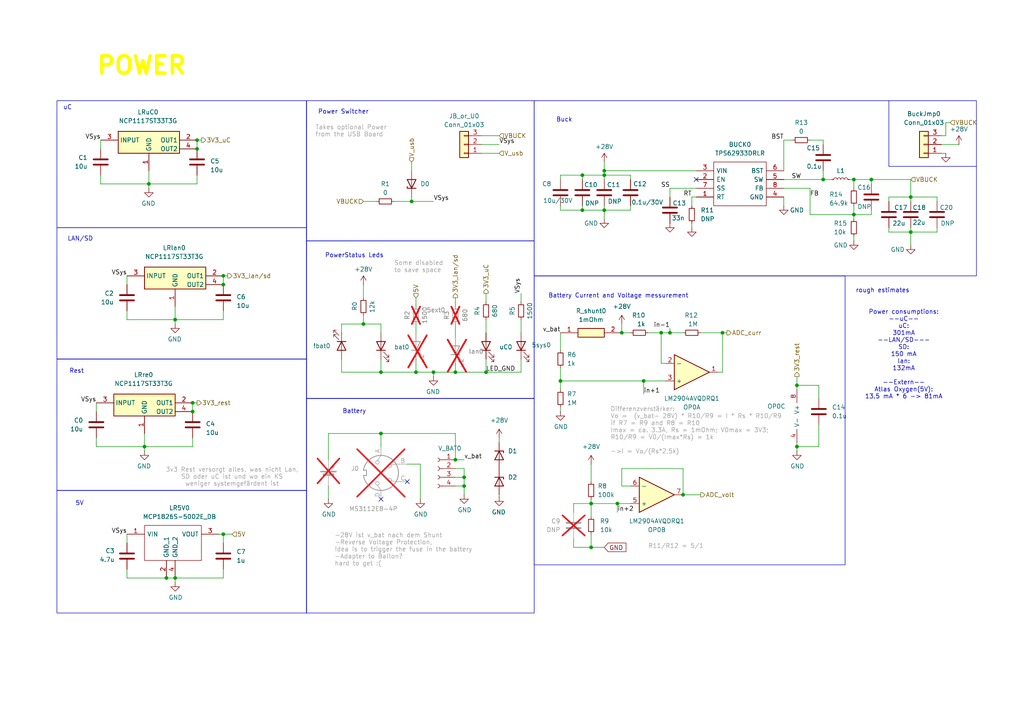
<source format=kicad_sch>
(kicad_sch (version 20231120) (generator "eeschema") (generator_version "8.0")
  (paper "A4")
  (junction (at 110.49 125.73))
  (junction (at 64.77 82.55))
  (junction (at 64.77 80.01))
  (junction (at 238.76 52.07))
  (junction (at 119.38 58.42))
  (junction (at 247.65 62.23))
  (junction (at 198.12 143.51))
  (junction (at 110.49 107.95))
  (junction (at 57.15 40.64))
  (junction (at 168.91 60.96))
  (junction (at 132.08 133.35))
  (junction (at 50.8 92.71))
  (junction (at 140.97 107.95))
  (junction (at 125.73 107.95))
  (junction (at 55.88 116.84))
  (junction (at 132.08 107.95))
  (junction (at 120.65 107.95))
  (junction (at 252.73 52.07))
  (junction (at 48.26 167.64))
  (junction (at 171.45 146.05))
  (junction (at 264.16 57.15))
  (junction (at 209.55 96.52))
  (junction (at 64.77 154.94))
  (junction (at 180.34 96.52))
  (junction (at 191.77 96.52))
  (junction (at 171.45 158.75))
  (junction (at 41.91 129.54))
  (junction (at 231.14 111.76))
  (junction (at 50.8 167.64))
  (junction (at 168.91 50.8))
  (junction (at 175.26 60.96))
  (junction (at 179.07 146.05))
  (junction (at 186.69 110.49))
  (junction (at 264.16 67.31))
  (junction (at 55.88 119.38))
  (junction (at 247.65 52.07))
  (junction (at 231.14 129.54))
  (junction (at 134.62 138.43))
  (junction (at 162.56 110.49))
  (junction (at 134.62 140.97))
  (junction (at 57.15 43.18))
  (junction (at 43.18 53.34))
  (junction (at 194.31 96.52))
  (junction (at 105.41 93.98))
  (junction (at 175.26 50.8))
  (junction (at 175.26 49.53))
  (no_connect (at 201.93 52.07))
  (no_connect (at 110.49 144.78))
  (no_connect (at 118.11 139.7))
  (wire (pts (xy 36.83 90.17) (xy 36.83 92.71)))
  (wire (pts (xy 140.97 92.71) (xy 140.97 96.52)))
  (wire (pts (xy 247.65 52.07) (xy 247.65 54.61)))
  (wire (pts (xy 132.08 138.43) (xy 134.62 138.43)))
  (wire (pts (xy 198.12 135.89) (xy 198.12 143.51)))
  (wire (pts (xy 194.31 95.25) (xy 194.31 96.52)))
  (wire (pts (xy 50.8 92.71) (xy 50.8 88.9)))
  (wire (pts (xy 50.8 92.71) (xy 64.77 92.71)))
  (wire (pts (xy 105.41 91.44) (xy 105.41 93.98)))
  (wire (pts (xy 162.56 52.07) (xy 162.56 50.8)))
  (wire (pts (xy 175.26 46.99) (xy 175.26 49.53)))
  (wire (pts (xy 200.66 64.77) (xy 200.66 66.04)))
  (wire (pts (xy 162.56 96.52) (xy 162.56 101.6)))
  (wire (pts (xy 264.16 57.15) (xy 271.78 57.15)))
  (wire (pts (xy 171.45 134.62) (xy 171.45 139.7)))
  (wire (pts (xy 247.65 62.23) (xy 247.65 63.5)))
  (wire (pts (xy 41.91 130.81) (xy 41.91 129.54)))
  (wire (pts (xy 110.49 107.95) (xy 120.65 107.95)))
  (wire (pts (xy 171.45 154.94) (xy 171.45 158.75)))
  (wire (pts (xy 264.16 67.31) (xy 264.16 66.04)))
  (wire (pts (xy 175.26 60.96) (xy 175.26 63.5)))
  (wire (pts (xy 271.78 67.31) (xy 271.78 66.04)))
  (wire (pts (xy 132.08 125.73) (xy 132.08 133.35)))
  (wire (pts (xy 132.08 105.41) (xy 132.08 107.95)))
  (wire (pts (xy 162.56 106.68) (xy 162.56 110.49)))
  (wire (pts (xy 180.34 140.97) (xy 180.34 135.89)))
  (wire (pts (xy 209.55 96.52) (xy 209.55 107.95)))
  (wire (pts (xy 151.13 87.63) (xy 151.13 85.09)))
  (wire (pts (xy 120.65 88.9) (xy 120.65 86.36)))
  (wire (pts (xy 139.7 39.37) (xy 144.78 39.37)))
  (wire (pts (xy 257.81 67.31) (xy 257.81 66.04)))
  (wire (pts (xy 209.55 96.52) (xy 203.2 96.52)))
  (wire (pts (xy 166.37 158.75) (xy 166.37 156.21)))
  (wire (pts (xy 227.33 52.07) (xy 238.76 52.07)))
  (wire (pts (xy 194.31 96.52) (xy 198.12 96.52)))
  (wire (pts (xy 227.33 49.53) (xy 227.33 40.64)))
  (wire (pts (xy 186.69 114.3) (xy 186.69 110.49)))
  (wire (pts (xy 171.45 146.05) (xy 171.45 149.86)))
  (wire (pts (xy 274.32 39.37) (xy 273.05 39.37)))
  (wire (pts (xy 171.45 158.75) (xy 166.37 158.75)))
  (wire (pts (xy 64.77 154.94) (xy 63.5 154.94)))
  (wire (pts (xy 140.97 107.95) (xy 151.13 107.95)))
  (wire (pts (xy 140.97 87.63) (xy 140.97 85.09)))
  (wire (pts (xy 119.38 57.15) (xy 119.38 58.42)))
  (wire (pts (xy 252.73 62.23) (xy 252.73 60.96)))
  (wire (pts (xy 180.34 93.98) (xy 180.34 96.52)))
  (wire (pts (xy 120.65 107.95) (xy 125.73 107.95)))
  (wire (pts (xy 231.14 130.81) (xy 231.14 129.54)))
  (wire (pts (xy 125.73 107.95) (xy 125.73 109.22)))
  (wire (pts (xy 50.8 167.64) (xy 50.8 168.91)))
  (wire (pts (xy 257.81 67.31) (xy 264.16 67.31)))
  (wire (pts (xy 247.65 52.07) (xy 252.73 52.07)))
  (wire (pts (xy 110.49 104.14) (xy 110.49 107.95)))
  (wire (pts (xy 162.56 110.49) (xy 186.69 110.49)))
  (wire (pts (xy 274.32 35.56) (xy 275.59 35.56)))
  (wire (pts (xy 257.81 57.15) (xy 257.81 58.42)))
  (wire (pts (xy 99.06 93.98) (xy 105.41 93.98)))
  (wire (pts (xy 238.76 40.64) (xy 238.76 41.91)))
  (wire (pts (xy 110.49 125.73) (xy 132.08 125.73)))
  (wire (pts (xy 118.11 134.62) (xy 121.92 134.62)))
  (wire (pts (xy 171.45 158.75) (xy 175.26 158.75)))
  (wire (pts (xy 231.14 111.76) (xy 237.49 111.76)))
  (wire (pts (xy 168.91 50.8) (xy 168.91 52.07)))
  (wire (pts (xy 238.76 52.07) (xy 238.76 49.53)))
  (wire (pts (xy 175.26 60.96) (xy 182.88 60.96)))
  (wire (pts (xy 168.91 59.69) (xy 168.91 60.96)))
  (wire (pts (xy 144.78 128.27) (xy 144.78 127)))
  (wire (pts (xy 191.77 105.41) (xy 191.77 96.52)))
  (wire (pts (xy 95.25 125.73) (xy 110.49 125.73)))
  (wire (pts (xy 121.92 134.62) (xy 121.92 144.78)))
  (wire (pts (xy 241.3 52.07) (xy 238.76 52.07)))
  (wire (pts (xy 182.88 50.8) (xy 182.88 52.07)))
  (wire (pts (xy 50.8 93.98) (xy 50.8 92.71)))
  (wire (pts (xy 36.83 165.1) (xy 36.83 167.64)))
  (wire (pts (xy 29.21 50.8) (xy 29.21 53.34)))
  (wire (pts (xy 110.49 107.95) (xy 99.06 107.95)))
  (wire (pts (xy 264.16 52.07) (xy 264.16 57.15)))
  (wire (pts (xy 36.83 167.64) (xy 48.26 167.64)))
  (wire (pts (xy 166.37 146.05) (xy 171.45 146.05)))
  (wire (pts (xy 119.38 46.99) (xy 119.38 49.53)))
  (wire (pts (xy 140.97 104.14) (xy 140.97 107.95)))
  (wire (pts (xy 247.65 62.23) (xy 252.73 62.23)))
  (wire (pts (xy 110.49 93.98) (xy 110.49 96.52)))
  (wire (pts (xy 247.65 59.69) (xy 247.65 62.23)))
  (wire (pts (xy 162.56 60.96) (xy 168.91 60.96)))
  (wire (pts (xy 274.32 44.45) (xy 273.05 44.45)))
  (wire (pts (xy 95.25 144.78) (xy 95.25 140.97)))
  (wire (pts (xy 227.33 59.69) (xy 227.33 57.15)))
  (wire (pts (xy 162.56 50.8) (xy 168.91 50.8)))
  (wire (pts (xy 27.94 127) (xy 27.94 129.54)))
  (wire (pts (xy 227.33 54.61) (xy 234.95 54.61)))
  (wire (pts (xy 105.41 58.42) (xy 109.22 58.42)))
  (wire (pts (xy 231.14 111.76) (xy 231.14 113.03)))
  (wire (pts (xy 48.26 167.64) (xy 50.8 167.64)))
  (wire (pts (xy 132.08 107.95) (xy 140.97 107.95)))
  (wire (pts (xy 36.83 157.48) (xy 36.83 154.94)))
  (wire (pts (xy 132.08 93.98) (xy 132.08 97.79)))
  (wire (pts (xy 198.12 143.51) (xy 203.2 143.51)))
  (wire (pts (xy 64.77 165.1) (xy 64.77 167.64)))
  (wire (pts (xy 132.08 135.89) (xy 134.62 135.89)))
  (wire (pts (xy 57.15 40.64) (xy 57.15 43.18)))
  (wire (pts (xy 234.95 40.64) (xy 238.76 40.64)))
  (wire (pts (xy 50.8 167.64) (xy 64.77 167.64)))
  (wire (pts (xy 191.77 96.52) (xy 194.31 96.52)))
  (polyline (pts (xy 257.81 29.21) (xy 257.81 48.26)))
  (wire (pts (xy 171.45 144.78) (xy 171.45 146.05)))
  (wire (pts (xy 29.21 53.34) (xy 43.18 53.34)))
  (wire (pts (xy 110.49 129.54) (xy 110.49 125.73)))
  (wire (pts (xy 274.32 35.56) (xy 274.32 39.37)))
  (wire (pts (xy 200.66 59.69) (xy 200.66 57.15)))
  (wire (pts (xy 64.77 92.71) (xy 64.77 90.17)))
  (wire (pts (xy 36.83 92.71) (xy 50.8 92.71)))
  (wire (pts (xy 271.78 58.42) (xy 271.78 57.15)))
  (wire (pts (xy 231.14 109.22) (xy 231.14 111.76)))
  (wire (pts (xy 64.77 80.01) (xy 66.04 80.01)))
  (wire (pts (xy 95.25 133.35) (xy 95.25 125.73)))
  (wire (pts (xy 193.04 105.41) (xy 191.77 105.41)))
  (wire (pts (xy 252.73 53.34) (xy 252.73 52.07)))
  (wire (pts (xy 64.77 80.01) (xy 64.77 82.55)))
  (wire (pts (xy 171.45 146.05) (xy 179.07 146.05)))
  (wire (pts (xy 55.88 129.54) (xy 55.88 127)))
  (polyline (pts (xy 257.81 48.26) (xy 283.21 48.26)))
  (wire (pts (xy 64.77 157.48) (xy 64.77 154.94)))
  (wire (pts (xy 246.38 52.07) (xy 247.65 52.07)))
  (wire (pts (xy 179.07 148.59) (xy 179.07 146.05)))
  (wire (pts (xy 168.91 50.8) (xy 175.26 50.8)))
  (wire (pts (xy 208.28 107.95) (xy 209.55 107.95)))
  (wire (pts (xy 273.05 41.91) (xy 278.13 41.91)))
  (wire (pts (xy 231.14 128.27) (xy 231.14 129.54)))
  (wire (pts (xy 105.41 82.55) (xy 105.41 86.36)))
  (wire (pts (xy 234.95 62.23) (xy 247.65 62.23)))
  (wire (pts (xy 139.7 41.91) (xy 144.78 41.91)))
  (wire (pts (xy 120.65 93.98) (xy 120.65 96.52)))
  (wire (pts (xy 43.18 53.34) (xy 57.15 53.34)))
  (wire (pts (xy 175.26 49.53) (xy 175.26 50.8)))
  (wire (pts (xy 237.49 123.19) (xy 237.49 129.54)))
  (wire (pts (xy 132.08 86.36) (xy 132.08 88.9)))
  (wire (pts (xy 237.49 111.76) (xy 237.49 115.57)))
  (wire (pts (xy 200.66 57.15) (xy 201.93 57.15)))
  (wire (pts (xy 151.13 104.14) (xy 151.13 107.95)))
  (wire (pts (xy 55.88 116.84) (xy 55.88 119.38)))
  (wire (pts (xy 64.77 154.94) (xy 67.31 154.94)))
  (wire (pts (xy 182.88 60.96) (xy 182.88 59.69)))
  (wire (pts (xy 27.94 129.54) (xy 41.91 129.54)))
  (wire (pts (xy 231.14 129.54) (xy 237.49 129.54)))
  (wire (pts (xy 144.78 143.51) (xy 144.78 144.145)))
  (wire (pts (xy 41.91 129.54) (xy 55.88 129.54)))
  (wire (pts (xy 180.34 96.52) (xy 182.88 96.52)))
  (wire (pts (xy 132.08 140.97) (xy 134.62 140.97)))
  (wire (pts (xy 166.37 148.59) (xy 166.37 146.05)))
  (wire (pts (xy 43.18 53.34) (xy 43.18 49.53)))
  (wire (pts (xy 264.16 57.15) (xy 264.16 58.42)))
  (wire (pts (xy 134.62 140.97) (xy 134.62 143.51)))
  (wire (pts (xy 264.16 67.31) (xy 264.16 71.12)))
  (wire (pts (xy 264.16 57.15) (xy 257.81 57.15)))
  (wire (pts (xy 162.56 110.49) (xy 162.56 113.03)))
  (wire (pts (xy 179.07 146.05) (xy 182.88 146.05)))
  (wire (pts (xy 252.73 52.07) (xy 264.16 52.07)))
  (wire (pts (xy 41.91 129.54) (xy 41.91 125.73)))
  (wire (pts (xy 125.73 107.95) (xy 132.08 107.95)))
  (wire (pts (xy 168.91 60.96) (xy 175.26 60.96)))
  (wire (pts (xy 175.26 60.96) (xy 175.26 59.69)))
  (wire (pts (xy 264.16 67.31) (xy 271.78 67.31)))
  (wire (pts (xy 234.95 54.61) (xy 234.95 62.23)))
  (wire (pts (xy 43.18 54.61) (xy 43.18 53.34)))
  (wire (pts (xy 120.65 104.14) (xy 120.65 107.95)))
  (wire (pts (xy 186.69 110.49) (xy 193.04 110.49)))
  (wire (pts (xy 151.13 92.71) (xy 151.13 96.52)))
  (wire (pts (xy 99.06 93.98) (xy 99.06 96.52)))
  (wire (pts (xy 55.88 116.84) (xy 57.15 116.84)))
  (wire (pts (xy 162.56 118.11) (xy 162.56 119.38)))
  (wire (pts (xy 134.62 135.89) (xy 134.62 138.43)))
  (wire (pts (xy 27.94 116.84) (xy 27.94 119.38)))
  (wire (pts (xy 187.96 96.52) (xy 191.77 96.52)))
  (wire (pts (xy 105.41 93.98) (xy 110.49 93.98)))
  (wire (pts (xy 114.3 58.42) (xy 119.38 58.42)))
  (wire (pts (xy 227.33 40.64) (xy 229.87 40.64)))
  (wire (pts (xy 209.55 96.52) (xy 210.82 96.52)))
  (wire (pts (xy 175.26 52.07) (xy 175.26 50.8)))
  (wire (pts (xy 247.65 68.58) (xy 247.65 69.85)))
  (wire (pts (xy 175.26 49.53) (xy 201.93 49.53)))
  (wire (pts (xy 194.31 57.15) (xy 194.31 54.61)))
  (wire (pts (xy 134.62 138.43) (xy 134.62 140.97)))
  (wire (pts (xy 194.31 54.61) (xy 201.93 54.61)))
  (wire (pts (xy 36.83 80.01) (xy 36.83 82.55)))
  (wire (pts (xy 132.08 133.35) (xy 134.62 133.35)))
  (wire (pts (xy 99.06 104.14) (xy 99.06 107.95)))
  (wire (pts (xy 182.88 140.97) (xy 180.34 140.97)))
  (wire (pts (xy 180.34 135.89) (xy 198.12 135.89)))
  (wire (pts (xy 144.78 44.45) (xy 139.7 44.45)))
  (wire (pts (xy 57.15 53.34) (xy 57.15 50.8)))
  (wire (pts (xy 162.56 60.96) (xy 162.56 59.69)))
  (wire (pts (xy 29.21 40.64) (xy 29.21 43.18)))
  (wire (pts (xy 57.15 40.64) (xy 58.42 40.64)))
  (wire (pts (xy 175.26 50.8) (xy 182.88 50.8)))
  (wire (pts (xy 119.38 58.42) (xy 125.73 58.42)))
  (rectangle (start 16.51 29.21) (end 88.9 66.04))
  (rectangle (start 88.9 29.21) (end 154.94 69.85))
  (rectangle (start 88.9 69.85) (end 154.94 115.57))
  (rectangle (start 88.9 115.57) (end 154.94 177.8))
  (rectangle (start 16.51 66.04) (end 88.9 104.14))
  (rectangle (start 154.94 80.01) (end 245.11 163.83))
  (rectangle (start 16.51 104.14) (end 88.9 142.24))
  (rectangle (start 154.94 29.21) (end 283.21 80.01))
  (rectangle (start 16.51 142.24) (end 88.9 177.8))
  (text "Power consumptions:\n--uC--\nuC:\n301mA\n--LAN/SD---\nSD:\n150 mA\nlan:\n132mA\n\n--Extern--\nAtlas Oxygen(5V):\n13.5 mA * 6 -> 81mA" (exclude_from_sim yes) (at 262.128 102.87 0) (effects (font (size 1.27 1.27))))
  (text "Rest" (at 20.066 108.458 0) (effects (font (size 1.27 1.27)) (justify left bottom)))
  (text "Differenzverstärker:\nVo =  (v_bat- 28V) * R10/R9 = I * Rs * R10/R9\nif R7 = R9 and R8 = R10\nImax = ca. 3.3A, Rs = 1mOhm; V0max = 3V3; \nR10/R9 = V0/(Imax*Rs) = 1k\n\n->I = Vo/(Rs*2,5k)\n" (at 177.038 131.826 0) (effects (font (size 1.27 1.27)) (justify left bottom)))
  (text "PowerStatus Leds" (at 94.234 74.93 0) (effects (font (size 1.27 1.27)) (justify left bottom)))
  (text "Power Switcher" (at 92.202 33.274 0) (effects (font (size 1.27 1.27)) (justify left bottom)))
  (text "LAN/SD" (at 19.558 70.104 0) (effects (font (size 1.27 1.27)) (justify left bottom)))
  (text "POWER\n" (at 27.686 22.098 0) (effects (font (size 5 5) (thickness 1) (bold yes)) (justify left bottom)))
  (text "uC" (at 18.288 32.004 0) (effects (font (size 1.27 1.27)) (justify left bottom)))
  (text "Battery" (at 99.314 120.142 0) (effects (font (size 1.27 1.27)) (justify left bottom)))
  (text "5V" (at 21.844 146.812 0) (effects (font (size 1.27 1.27)) (justify left bottom)))
  (text "-28V ist v_bat nach dem Shunt\n-Reverse Voltage Protection, \nidea is to trigger the fuse in the battery\n-Adapter to Ballon?\nhard to get :(" (at 97.028 159.512 0) (effects (font (size 1.27 1.27)) (justify left)))
  (text "rough estimates" (at 248.158 85.09 0) (effects (font (size 1.27 1.27)) (justify left bottom)))
  (text "Takes optional Power \nfrom the USB Board" (at 91.44 39.878 0) (effects (font (size 1.27 1.27)) (justify left bottom)))
  (text "Buck" (at 161.29 35.56 0) (effects (font (size 1.27 1.27)) (justify left bottom)))
  (text "Battery Current and Voltage messurement" (at 159.004 86.614 0) (effects (font (size 1.27 1.27)) (justify left bottom)))
  (text "3v3 Rest versorgt alles, was nicht Lan,\nSD oder uC ist und wo ein KS\nweniger systemgefärdent ist" (at 67.31 138.43 0) (effects (font (size 1.27 1.27))))
  (text "R11/R12 = 5/1" (at 187.96 159.258 0) (effects (font (size 1.27 1.27)) (justify left bottom)))
  (text "Some disabled\nto save space" (at 114.3 79.248 0) (effects (font (size 1.27 1.27)) (justify left bottom)))
  (label "v_bat" (at 134.62 133.35 0))
  (label "VSys" (at 151.13 85.09 90))
  (label "VSys" (at 36.83 80.01 180))
  (label "SW" (at 232.41 52.07 180))
  (label "in+1" (at 186.69 114.3 0))
  (label "v_bat" (at 162.56 96.52 180))
  (label "RT" (at 200.66 57.15 180))
  (label "VSys" (at 36.83 154.94 180))
  (label "VSys" (at 27.94 116.84 180))
  (label "SS" (at 194.31 54.61 180))
  (label "VSys" (at 125.73 58.42 0))
  (label "in+2" (at 179.07 148.59 0))
  (label "FB" (at 234.95 57.15 0))
  (label "LED_GND" (at 140.97 107.95 0))
  (label "BST" (at 227.33 40.64 180))
  (label "VSys" (at 29.21 40.64 180))
  (label "in-1" (at 194.31 95.25 180))
  (label "VSys" (at 144.78 41.91 0))
  (global_label "GND" (shape input) (at 175.26 158.75 0) (property "Intersheetrefs" "${INTERSHEET_REFS}" (effects (hide yes))))
  (hierarchical_label "5V" (shape input) (at 120.65 86.36 90))
  (hierarchical_label "ADC_curr" (shape output) (at 210.82 96.52 0))
  (hierarchical_label "3V3_rest" (shape output) (at 57.15 116.84 0))
  (hierarchical_label "VBUCK" (shape input) (at 105.41 58.42 180))
  (hierarchical_label "VBUCK" (shape input) (at 264.16 52.07 0))
  (hierarchical_label "VBUCK" (shape input) (at 144.78 39.37 0))
  (hierarchical_label "3V3_rest" (shape output) (at 231.14 109.22 90))
  (hierarchical_label "VBUCK" (shape input) (at 275.59 35.56 0))
  (hierarchical_label "3V3_lan{slash}sd" (shape output) (at 132.08 86.36 90))
  (hierarchical_label "3V3_uC" (shape output) (at 140.97 85.09 90))
  (hierarchical_label "ADC_volt" (shape output) (at 203.2 143.51 0))
  (hierarchical_label "V_usb" (shape input) (at 119.38 46.99 90))
  (hierarchical_label "3V3_lan{slash}sd" (shape output) (at 66.04 80.01 0))
  (hierarchical_label "3V3_uC" (shape output) (at 58.42 40.64 0))
  (hierarchical_label "V_usb" (shape input) (at 144.78 44.45 0))
  (hierarchical_label "5V" (shape input) (at 67.31 154.94 0))
  (symbol (lib_id "SymbolsBalloonv4:C") (at 168.91 55.88 180) (unit 1)
    (property "Reference" "C10" (at 169.418 53.594 0) (effects (justify right)))
    (property "Value" "DNP" (at 169.672 58.928 0) (effects (justify right)))
    (property "Footprint" "Capacitor_SMD:C_0805_2012Metric_Pad1.18x1.45mm_HandSolder" (effects (hide yes)))
    (property "Description" "Unpolarized capacitor" (effects (hide yes)))
  )
  (symbol (lib_id "SymbolsBalloonv4:R_Small") (at 200.66 96.52 270) (unit 1)
    (property "Reference" "R12" (at 202.438 91.44 90) (effects (justify right)))
    (property "Value" "1M" (at 202.438 93.98 90) (effects (justify right)))
    (property "Footprint" "Resistor_SMD:R_0603_1608Metric_Pad0.98x0.95mm_HandSolder" (effects (hide yes)))
    (property "Description" "Resistor, small symbol" (effects (hide yes)))
  )
  (symbol (lib_id "SymbolsBalloonv4:TPS62933DRLR") (at 201.93 49.53 0) (unit 1)
    (property "Reference" "BUCK0" (at 214.63 41.91 0))
    (property "Value" "TPS62933DRLR" (at 214.63 44.45 0))
    (property "Footprint" "SamacSys_Parts:SOTFL50P160X60-8N" (effects (hide yes)))
    (property "Datasheet" "https://www.ti.com/lit/ds/symlink/tps62933.pdf?ts=1626073394234" (effects (hide yes)))
    (property "Description" "The TPS62933 is a high-efficiency, easy-to-use synchronous buck converter with a wide input voltage range of 3.8 V to 30 V" (effects (hide yes)))
    (property "Height" "0.6" (effects (hide yes)))
    (property "Mouser Part Number" "595-TPS62933DRLR" (effects (hide yes)))
    (property "Mouser Price/Stock" "https://www.mouser.co.uk/ProductDetail/Texas-Instruments/TPS62933DRLR?qs=Rp5uXu7WBW9fv47wfQVntQ%3D%3D" (effects (hide yes)))
    (property "Manufacturer_Name" "Texas Instruments" (effects (hide yes)))
    (property "Manufacturer_Part_Number" "TPS62933DRLR" (effects (hide yes)))
  )
  (symbol (lib_id "SymbolsBalloonv4:R_Small") (at 232.41 40.64 90) (unit 1)
    (property "Reference" "R13" (at 232.41 35.56 90))
    (property "Value" "0" (at 232.41 38.1 90))
    (property "Footprint" "Resistor_SMD:R_0603_1608Metric_Pad0.98x0.95mm_HandSolder" (effects (hide yes)))
    (property "Description" "Resistor, small symbol" (effects (hide yes)))
  )
  (symbol (lib_id "SymbolsBalloonv4:GND") (at 200.66 66.04 0) (unit 1)
    (property "Reference" "#PWR019" (effects (hide yes)))
    (property "Value" "GND" (effects (hide yes)))
    (property "Description" "Power symbol creates a global label with name \"GND\" , ground" (effects (hide yes)))
  )
  (symbol (lib_id "SymbolsBalloonv4:C") (at 29.21 46.99 0) (mirror x) (unit 1)
    (property "Reference" "C1" (at 25.4 45.7199 0) (effects (justify right)))
    (property "Value" "10u" (at 25.4 48.2599 0) (effects (justify right)))
    (property "Footprint" "Capacitor_SMD:C_0805_2012Metric_Pad1.18x1.45mm_HandSolder" (effects (hide yes)))
    (property "Description" "Unpolarized capacitor" (effects (hide yes)))
  )
  (symbol (lib_id "SymbolsBalloonv4:GND") (at 227.33 59.69 0) (mirror y) (unit 1)
    (property "Reference" "#PWR020" (effects (hide yes)))
    (property "Value" "GND" (at 231.14 60.96 0))
    (property "Description" "Power symbol creates a global label with name \"GND\" , ground" (effects (hide yes)))
  )
  (symbol (lib_id "SymbolsBalloonv4:C") (at 264.16 62.23 180) (unit 1)
    (property "Reference" "C18" (at 264.668 60.198 0) (effects (justify right)))
    (property "Value" "22u" (at 264.668 64.516 0) (effects (justify right)))
    (property "Footprint" "Capacitor_SMD:C_0805_2012Metric_Pad1.18x1.45mm_HandSolder" (effects (hide yes)))
    (property "Description" "Unpolarized capacitor" (effects (hide yes)))
  )
  (symbol (lib_id "SymbolsBalloonv4:Opamp_Dual") (at 233.68 120.65 0) (unit 3)
    (property "Reference" "OP0" (at 227.838 117.856 0) (effects (justify right)))
    (property "Value" "LM2904AVQDRQ1" (effects (hide yes)))
    (property "Footprint" "SamacSys_Parts:SOIC127P600X175-8N" (effects (hide yes)))
    (property "Description" "Dual operational amplifier" (effects (hide yes)))
    (property "Sim.Library" "${KICAD7_SYMBOL_DIR}/Simulation_SPICE.sp" (effects (hide yes)))
    (property "Sim.Name" "kicad_builtin_opamp_dual" (effects (hide yes)))
    (property "Sim.Device" "SUBCKT" (effects (hide yes)))
    (property "Sim.Pins" "1=out1 2=in1- 3=in1+ 4=vee 5=in2+ 6=in2- 7=out2 8=vcc" (effects (hide yes)))
  )
  (symbol (lib_id "SymbolsBalloonv4:Conn_01x03") (at 134.62 41.91 180) (unit 1)
    (property "Reference" "JB_or_U0" (at 134.62 33.655 0))
    (property "Value" "Conn_01x03" (at 134.62 36.195 0))
    (property "Footprint" "Connector_PinHeader_2.54mm:PinHeader_1x03_P2.54mm_Vertical" (effects (hide yes)))
    (property "Description" "Generic connector, single row, 01x03, script generated (kicad-library-utils/schlib/autogen/connector/)" (effects (hide yes)))
  )
  (symbol (lib_id "SymbolsBalloonv4:C") (at 237.49 119.38 180) (unit 1)
    (property "Reference" "C14" (at 241.3 118.1099 0) (effects (justify right)))
    (property "Value" "0.1u" (at 241.3 120.6499 0) (effects (justify right)))
    (property "Footprint" "Capacitor_SMD:C_0402_1005Metric_Pad0.74x0.62mm_HandSolder" (effects (hide yes)))
    (property "Description" "Unpolarized capacitor" (effects (hide yes)))
  )
  (symbol (lib_id "SymbolsBalloonv4:GND") (at 50.8 168.91 0) (unit 1)
    (property "Reference" "#PWR05" (effects (hide yes)))
    (property "Value" "GND" (at 50.927 173.3042 0))
    (property "Description" "Power symbol creates a global label with name \"GND\" , ground" (effects (hide yes)))
  )
  (symbol (lib_id "SymbolsBalloonv4:Conn_01x03") (at 267.97 41.91 180) (unit 1)
    (property "Reference" "BuckJmp0" (at 267.97 33.02 0))
    (property "Value" "Conn_01x03" (at 267.97 35.56 0))
    (property "Footprint" "Connector_PinHeader_2.54mm:PinHeader_1x03_P2.54mm_Vertical" (effects (hide yes)))
    (property "Description" "Generic connector, single row, 01x03, script generated (kicad-library-utils/schlib/autogen/connector/)" (effects (hide yes)))
  )
  (symbol (lib_id "SymbolsBalloonv4:+28V") (at 180.34 93.98 0) (unit 1)
    (property "Reference" "#PWR017" (effects (hide yes)))
    (property "Value" "+28V" (at 180.34 88.9 0))
    (property "Description" "Power symbol creates a global label with name \"+28V\"" (effects (hide yes)))
  )
  (symbol (lib_id "SymbolsBalloonv4:GND") (at 50.8 93.98 0) (mirror y) (unit 1)
    (property "Reference" "#PWR04" (effects (hide yes)))
    (property "Value" "GND" (at 50.673 98.3742 0))
    (property "Description" "Power symbol creates a global label with name \"GND\" , ground" (effects (hide yes)))
  )
  (symbol (lib_id "SymbolsBalloonv4:R_Small") (at 111.76 58.42 270) (unit 1)
    (property "Reference" "R1" (at 111.76 53.34 90))
    (property "Value" "0" (at 111.76 55.88 90))
    (property "Footprint" "Resistor_SMD:R_0603_1608Metric_Pad0.98x0.95mm_HandSolder" (effects (hide yes)))
    (property "Description" "Resistor, small symbol" (effects (hide yes)))
  )
  (symbol (lib_id "SymbolsBalloonv4:R_Small") (at 105.41 88.9 180) (unit 1)
    (property "Reference" "R0" (at 102.87 90.17 90) (effects (justify right)))
    (property "Value" "12k" (at 107.95 90.805 90) (effects (justify right)))
    (property "Footprint" "Resistor_SMD:R_0603_1608Metric_Pad0.98x0.95mm_HandSolder" (effects (hide yes)))
    (property "Description" "Resistor, small symbol" (effects (hide yes)))
  )
  (symbol (lib_id "SymbolsBalloonv4:R_Small") (at 171.45 142.24 0) (unit 1)
    (property "Reference" "R8" (at 173.355 140.97 0) (effects (justify left)))
    (property "Value" "100k" (at 173.355 143.51 0) (effects (justify left)))
    (property "Footprint" "Resistor_SMD:R_0603_1608Metric_Pad0.98x0.95mm_HandSolder" (effects (hide yes)))
    (property "Description" "Resistor, small symbol" (effects (hide yes)))
  )
  (symbol (lib_id "SymbolsBalloonv4:C") (at 162.56 55.88 180) (unit 1)
    (property "Reference" "C8" (at 157.226 53.34 0) (effects (justify right)))
    (property "Value" "10u/30V" (at 157.48 58.1661 0) (effects (justify right)))
    (property "Footprint" "Capacitor_SMD:C_0805_2012Metric_Pad1.18x1.45mm_HandSolder" (effects (hide yes)))
    (property "Description" "Unpolarized capacitor" (effects (hide yes)))
  )
  (symbol (lib_id "SymbolsBalloonv4:+28V") (at 171.45 134.62 0) (unit 1)
    (property "Reference" "#PWR014" (effects (hide yes)))
    (property "Value" "+28V" (at 171.45 129.54 0))
    (property "Description" "Power symbol creates a global label with name \"+28V\"" (effects (hide yes)))
  )
  (symbol (lib_id "SymbolsBalloonv4:L_Small") (at 243.84 52.07 90) (unit 1)
    (property "Reference" "L1" (at 243.84 49.53 90))
    (property "Value" "74439346068" (effects (hide yes)))
    (property "Footprint" "SamacSys_Parts:74439346068" (effects (hide yes)))
    (property "Description" "Inductor, small symbol" (effects (hide yes)))
    (property "Height" "6.1" (effects (hide yes)))
    (property "Mouser Part Number" "710-74439346068" (effects (hide yes)))
    (property "Mouser Price/Stock" "https://www.mouser.co.uk/ProductDetail/Wurth-Elektronik/74439346068?qs=NSAOzM2zc%2FVj5BeHYKNgfQ%3D%3D" (effects (hide yes)))
    (property "Manufacturer_Name" "Wurth Elektronik" (effects (hide yes)))
    (property "Manufacturer_Part_Number" "74439346068" (effects (hide yes)))
  )
  (symbol (lib_id "SymbolsBalloonv4:C") (at 57.15 46.99 180) (unit 1)
    (property "Reference" "C5" (at 60.96 46.736 0) (effects (justify right)))
    (property "Value" "10u" (at 60.96 49.276 0) (effects (justify right)))
    (property "Footprint" "Capacitor_SMD:C_0805_2012Metric_Pad1.18x1.45mm_HandSolder" (effects (hide yes)))
    (property "Description" "Unpolarized capacitor" (effects (hide yes)))
  )
  (symbol (lib_id "SymbolsBalloonv4:GND") (at 264.16 71.12 0) (unit 1)
    (property "Reference" "#PWR023" (effects (hide yes)))
    (property "Value" "GND" (at 260.35 72.39 0))
    (property "Description" "Power symbol creates a global label with name \"GND\" , ground" (effects (hide yes)))
  )
  (symbol (lib_id "SymbolsBalloonv4:R_Small") (at 162.56 104.14 180) (unit 1)
    (property "Reference" "R6" (at 164.465 102.87 0) (effects (justify right)))
    (property "Value" "1k" (at 164.465 105.41 0) (effects (justify right)))
    (property "Footprint" "Resistor_SMD:R_0603_1608Metric_Pad0.98x0.95mm_HandSolder" (effects (hide yes)))
    (property "Description" "Resistor, small symbol" (effects (hide yes)))
  )
  (symbol (lib_id "SymbolsBalloonv4:C") (at 238.76 45.72 180) (unit 1)
    (property "Reference" "C15" (at 233.934 42.926 0) (effects (justify right)))
    (property "Value" "0.1u" (at 233.934 48.26 0) (effects (justify right)))
    (property "Footprint" "Capacitor_SMD:C_0402_1005Metric_Pad0.74x0.62mm_HandSolder" (effects (hide yes)))
    (property "Description" "Unpolarized capacitor" (effects (hide yes)))
  )
  (symbol (lib_id "SymbolsBalloonv4:R_Small") (at 162.56 115.57 180) (unit 1)
    (property "Reference" "R7" (at 164.465 114.3 0) (effects (justify right)))
    (property "Value" "1M" (at 164.465 116.84 0) (effects (justify right)))
    (property "Footprint" "Resistor_SMD:R_0603_1608Metric_Pad0.98x0.95mm_HandSolder" (effects (hide yes)))
    (property "Description" "Resistor, small symbol" (effects (hide yes)))
  )
  (symbol (lib_id "SymbolsBalloonv4:C") (at 252.73 57.15 0) (mirror y) (unit 1) (in_bom no)
    (property "Reference" "C16" (at 248.666 54.356 0) (effects (justify right)))
    (property "Value" "DNP" (at 248.666 59.944 0) (effects (justify right)))
    (property "Footprint" "Capacitor_SMD:C_0402_1005Metric_Pad0.74x0.62mm_HandSolder" (effects (hide yes)))
    (property "Description" "Unpolarized capacitor" (effects (hide yes)))
  )
  (symbol (lib_id "SymbolsBalloonv4:LED") (at 99.06 100.33 270) (unit 1)
    (property "Reference" "!bat0" (at 93.345 100.33 90))
    (property "Value" "APTD2012LSURCK" (effects (hide yes)))
    (property "Footprint" "SamacSys_Parts:LEDM2012X120N" (effects (hide yes)))
    (property "Description" "Light emitting diode" (effects (hide yes)))
    (property "Height" "1.2" (effects (hide yes)))
    (property "Mouser Part Number" "604-APTD2012LSURCK" (effects (hide yes)))
    (property "Mouser Price/Stock" "https://www.mouser.co.uk/ProductDetail/Kingbright/APTD2012LSURCK?qs=AQlKX63v8RvkMadNvwbkxw%3D%3D" (effects (hide yes)))
    (property "Manufacturer_Name" "Kingbright" (effects (hide yes)))
    (property "Manufacturer_Part_Number" "APTD2012LSURCK" (effects (hide yes)))
  )
  (symbol (lib_id "SymbolsBalloonv4:LED") (at 120.65 100.33 90) (unit 1) (on_board no) (dnp yes)
    (property "Reference" "5ext0" (at 123.698 89.916 90) (effects (justify right)))
    (property "Value" "APTD2012LCGCK" (effects (hide yes)))
    (property "Footprint" "SamacSys_Parts:LEDC2012X120N" (effects (hide yes)))
    (property "Description" "Light emitting diode" (effects (hide yes)))
    (property "Height" "1.2" (effects (hide yes)))
    (property "Mouser Part Number" "604-APTD2012LCGCK" (effects (hide yes)))
    (property "Mouser Price/Stock" "https://www.mouser.co.uk/ProductDetail/Kingbright/APTD2012LCGCK?qs=AQlKX63v8RvNHN%2F9EGvNTg%3D%3D" (effects (hide yes)))
    (property "Manufacturer_Name" "Kingbright" (effects (hide yes)))
    (property "Manufacturer_Part_Number" "APTD2012LCGCK" (effects (hide yes)))
  )
  (symbol (lib_id "SymbolsBalloonv4:GND") (at 144.78 144.145 0) (mirror y) (unit 1)
    (property "Reference" "#PWR012" (effects (hide yes)))
    (property "Value" "GND" (at 144.653 148.5392 0))
    (property "Description" "Power symbol creates a global label with name \"GND\" , ground" (effects (hide yes)))
  )
  (symbol (lib_id "SymbolsBalloonv4:GND") (at 134.62 143.51 0) (unit 1)
    (property "Reference" "#PWR010" (effects (hide yes)))
    (property "Value" "GND" (at 134.747 147.9042 0))
    (property "Description" "Power symbol creates a global label with name \"GND\" , ground" (effects (hide yes)))
  )
  (symbol (lib_id "SymbolsBalloonv4:D_Zener") (at 119.38 53.34 90) (unit 1)
    (property "Reference" "D0" (at 121.92 53.3399 90) (effects (justify right)))
    (property "Value" "RBR2LB60BTBR1" (effects (hide yes)))
    (property "Footprint" "SamacSys_Parts:DIOM5336X245N" (effects (hide yes)))
    (property "Description" "Zener diode" (effects (hide yes)))
    (property "Height" "2.45" (effects (hide yes)))
    (property "Mouser Part Number" "755-RBR2LB60BTBR1" (effects (hide yes)))
    (property "Mouser Price/Stock" "https://www.mouser.co.uk/ProductDetail/ROHM-Semiconductor/RBR2LB60BTBR1?qs=amGC7iS6iy9Lm0eQxx5KdA%3D%3D" (effects (hide yes)))
    (property "Manufacturer_Name" "ROHM Semiconductor" (effects (hide yes)))
    (property "Manufacturer_Part_Number" "RBR2LB60BTBR1" (effects (hide yes)))
  )
  (symbol (lib_id "SymbolsBalloonv4:C") (at 55.88 123.19 180) (unit 1)
    (property "Reference" "C4" (at 59.69 122.936 0) (effects (justify right)))
    (property "Value" "10u" (at 59.69 125.476 0) (effects (justify right)))
    (property "Footprint" "Capacitor_SMD:C_0805_2012Metric_Pad1.18x1.45mm_HandSolder" (effects (hide yes)))
    (property "Description" "Unpolarized capacitor" (effects (hide yes)))
  )
  (symbol (lib_id "SymbolsBalloonv4:GND") (at 247.65 69.85 0) (unit 1)
    (property "Reference" "#PWR022" (effects (hide yes)))
    (property "Value" "GND" (at 243.84 71.12 0))
    (property "Description" "Power symbol creates a global label with name \"GND\" , ground" (effects (hide yes)))
  )
  (symbol (lib_id "SymbolsBalloonv4:+28V") (at 144.78 127 0) (unit 1)
    (property "Reference" "#PWR011" (effects (hide yes)))
    (property "Value" "+28V" (at 144.78 121.92 0))
    (property "Description" "Power symbol creates a global label with name \"+28V\"" (effects (hide yes)))
  )
  (symbol (lib_id "SymbolsBalloonv4:GND") (at 175.26 63.5 0) (unit 1)
    (property "Reference" "#PWR016" (effects (hide yes)))
    (property "Value" "GND" (at 171.45 64.77 0))
    (property "Description" "Power symbol creates a global label with name \"GND\" , ground" (effects (hide yes)))
  )
  (symbol (lib_id "SymbolsBalloonv4:C") (at 64.77 161.29 180) (unit 1)
    (property "Reference" "C7" (at 68.58 160.0199 0) (effects (justify right)))
    (property "Value" "1u" (at 68.58 162.5599 0) (effects (justify right)))
    (property "Footprint" "Capacitor_SMD:C_0402_1005Metric_Pad0.74x0.62mm_HandSolder" (effects (hide yes)))
    (property "Description" "Unpolarized capacitor" (effects (hide yes)))
  )
  (symbol (lib_id "SymbolsBalloonv4:Conn_01x04_Socket") (at 127 135.89 0) (mirror y) (unit 1)
    (property "Reference" "V_BAT0" (at 133.858 130.048 0) (effects (justify left)))
    (property "Value" "502352-0200" (effects (hide yes)))
    (property "Footprint" "SamacSys_Parts:5023520200" (effects (hide yes)))
    (property "Description" "Generic connector, single row, 01x04, script generated" (effects (hide yes)))
    (property "Mouser Part Number" "538-502352-0200" (effects (hide yes)))
    (property "Mouser Price/Stock" "https://www.mouser.co.uk/ProductDetail/Molex/502352-0200?qs=cPOO8qjhL6OPJnOOkJoW%252Bw%3D%3D" (effects (hide yes)))
    (property "Manufacturer_Name" "Molex" (effects (hide yes)))
    (property "Manufacturer_Part_Number" "502352-0200" (effects (hide yes)))
  )
  (symbol (lib_id "SymbolsBalloonv4:Opamp_Dual") (at 200.66 107.95 0) (mirror x) (unit 1)
    (property "Reference" "OP0" (at 200.66 118.11 0))
    (property "Value" "LM2904AVQDRQ1" (at 200.66 115.57 0))
    (property "Footprint" "SamacSys_Parts:SOIC127P600X175-8N" (effects (hide yes)))
    (property "Description" "Dual operational amplifier" (effects (hide yes)))
    (property "Sim.Library" "${KICAD7_SYMBOL_DIR}/Simulation_SPICE.sp" (effects (hide yes)))
    (property "Sim.Name" "kicad_builtin_opamp_dual" (effects (hide yes)))
    (property "Sim.Device" "SUBCKT" (effects (hide yes)))
    (property "Sim.Pins" "1=out1 2=in1- 3=in1+ 4=vee 5=in2+ 6=in2- 7=out2 8=vcc" (effects (hide yes)))
  )
  (symbol (lib_id "SymbolsBalloonv4:D_Zener") (at 144.78 139.7 270) (unit 1)
    (property "Reference" "D2" (at 147.32 138.4299 90) (effects (justify left)))
    (property "Value" "RBR2LB60BTBR1" (effects (hide yes)))
    (property "Footprint" "SamacSys_Parts:DIOM5336X245N" (effects (hide yes)))
    (property "Description" "Zener diode" (effects (hide yes)))
    (property "Height" "2.45" (effects (hide yes)))
    (property "Mouser Part Number" "755-RBR2LB60BTBR1" (effects (hide yes)))
    (property "Mouser Price/Stock" "https://www.mouser.co.uk/ProductDetail/ROHM-Semiconductor/RBR2LB60BTBR1?qs=amGC7iS6iy9Lm0eQxx5KdA%3D%3D" (effects (hide yes)))
    (property "Manufacturer_Name" "ROHM Semiconductor" (effects (hide yes)))
    (property "Manufacturer_Part_Number" "RBR2LB60BTBR1" (effects (hide yes)))
  )
  (symbol (lib_id "SymbolsBalloonv4:NCP1117ST33T3G") (at 35.56 82.55 0) (unit 1)
    (property "Reference" "LRlan0" (at 50.546 71.882 0))
    (property "Value" "NCP1117ST33T3G" (at 50.546 74.422 0))
    (property "Footprint" "SamacSys_Parts:SOT230P700X180-4N" (effects (hide yes)))
    (property "Datasheet" "http://www.onsemi.com/pub/Collateral/NCP1117-D.PDF" (effects (hide yes)))
    (property "Description" "ON SEMICONDUCTOR - NCP1117ST33T3G - IC, LINEAR VOLTAGE REGULATOR" (effects (hide yes)))
    (property "Height" "1.8" (effects (hide yes)))
    (property "Mouser Part Number" "863-NCP1117ST33T3G" (effects (hide yes)))
    (property "Mouser Price/Stock" "https://www.mouser.co.uk/ProductDetail/onsemi/NCP1117ST33T3G?qs=Gev%252BmEvV0iZb%2FE8ahUDx3w%3D%3D" (effects (hide yes)))
    (property "Manufacturer_Name" "onsemi" (effects (hide yes)))
    (property "Manufacturer_Part_Number" "NCP1117ST33T3G" (effects (hide yes)))
  )
  (symbol (lib_id "SymbolsBalloonv4:D_Zener") (at 144.78 132.08 270) (unit 1)
    (property "Reference" "D1" (at 147.32 130.8099 90) (effects (justify left)))
    (property "Value" "RBR2LB60BTBR1" (effects (hide yes)))
    (property "Footprint" "SamacSys_Parts:DIOM5336X245N" (effects (hide yes)))
    (property "Description" "Zener diode" (effects (hide yes)))
    (property "Height" "2.45" (effects (hide yes)))
    (property "Mouser Part Number" "755-RBR2LB60BTBR1" (effects (hide yes)))
    (property "Mouser Price/Stock" "https://www.mouser.co.uk/ProductDetail/ROHM-Semiconductor/RBR2LB60BTBR1?qs=amGC7iS6iy9Lm0eQxx5KdA%3D%3D" (effects (hide yes)))
    (property "Manufacturer_Name" "ROHM Semiconductor" (effects (hide yes)))
    (property "Manufacturer_Part_Number" "RBR2LB60BTBR1" (effects (hide yes)))
  )
  (symbol (lib_id "SymbolsBalloonv4:GND") (at 125.73 109.22 0) (mirror y) (unit 1)
    (property "Reference" "#PWR09" (effects (hide yes)))
    (property "Value" "GND" (at 125.603 113.6142 0))
    (property "Description" "Power symbol creates a global label with name \"GND\" , ground" (effects (hide yes)))
  )
  (symbol (lib_id "SymbolsBalloonv4:C") (at 64.77 86.36 180) (unit 1)
    (property "Reference" "C6" (at 68.58 86.106 0) (effects (justify right)))
    (property "Value" "10u" (at 68.58 88.646 0) (effects (justify right)))
    (property "Footprint" "Capacitor_SMD:C_0805_2012Metric_Pad1.18x1.45mm_HandSolder" (effects (hide yes)))
    (property "Description" "Unpolarized capacitor" (effects (hide yes)))
  )
  (symbol (lib_id "SymbolsBalloonv4:C") (at 175.26 55.88 180) (unit 1)
    (property "Reference" "C11" (at 176.022 53.594 0) (effects (justify right)))
    (property "Value" "DNP" (at 176.276 58.4201 0) (effects (justify right)))
    (property "Footprint" "Capacitor_SMD:C_0805_2012Metric_Pad1.18x1.45mm_HandSolder" (effects (hide yes)))
    (property "Description" "Unpolarized capacitor" (effects (hide yes)))
  )
  (symbol (lib_id "SymbolsBalloonv4:GND") (at 194.31 64.77 0) (unit 1)
    (property "Reference" "#PWR018" (effects (hide yes)))
    (property "Value" "GND" (effects (hide yes)))
    (property "Description" "Power symbol creates a global label with name \"GND\" , ground" (effects (hide yes)))
  )
  (symbol (lib_id "SymbolsBalloonv4:C") (at 36.83 86.36 0) (mirror x) (unit 1)
    (property "Reference" "C2" (at 33.02 85.0899 0) (effects (justify right)))
    (property "Value" "10u" (at 33.02 87.6299 0) (effects (justify right)))
    (property "Footprint" "Capacitor_SMD:C_0805_2012Metric_Pad1.18x1.45mm_HandSolder" (effects (hide yes)))
    (property "Description" "Unpolarized capacitor" (effects (hide yes)))
  )
  (symbol (lib_id "SymbolsBalloonv4:R_Small") (at 171.45 152.4 0) (unit 1)
    (property "Reference" "R9" (at 173.99 151.13 0) (effects (justify left)))
    (property "Value" "10k" (at 173.99 153.67 0) (effects (justify left)))
    (property "Footprint" "Resistor_SMD:R_0603_1608Metric_Pad0.98x0.95mm_HandSolder" (effects (hide yes)))
    (property "Description" "Resistor, small symbol" (effects (hide yes)))
  )
  (symbol (lib_id "SymbolsBalloonv4:GND") (at 41.91 130.81 0) (mirror y) (unit 1)
    (property "Reference" "#PWR02" (effects (hide yes)))
    (property "Value" "GND" (at 41.783 135.2042 0))
    (property "Description" "Power symbol creates a global label with name \"GND\" , ground" (effects (hide yes)))
  )
  (symbol (lib_id "SymbolsBalloonv4:R_Small") (at 132.08 91.44 180) (unit 1) (on_board no) (dnp yes)
    (property "Reference" "R3" (at 129.54 91.44 90))
    (property "Value" "680" (at 134.874 91.44 90))
    (property "Footprint" "Resistor_SMD:R_0603_1608Metric_Pad0.98x0.95mm_HandSolder" (effects (hide yes)))
    (property "Description" "Resistor, small symbol" (effects (hide yes)))
  )
  (symbol (lib_id "SymbolsBalloonv4:R_Small") (at 140.97 90.17 180) (unit 1)
    (property "Reference" "R4" (at 138.43 90.17 90))
    (property "Value" "680" (at 143.51 90.17 90))
    (property "Footprint" "Resistor_SMD:R_0603_1608Metric_Pad0.98x0.95mm_HandSolder" (effects (hide yes)))
    (property "Description" "Resistor, small symbol" (effects (hide yes)))
  )
  (symbol (lib_id "SymbolsBalloonv4:+28V") (at 175.26 46.99 0) (unit 1)
    (property "Reference" "#PWR015" (effects (hide yes)))
    (property "Value" "+28V" (at 175.26 42.545 0))
    (property "Description" "Power symbol creates a global label with name \"+28V\"" (effects (hide yes)))
  )
  (symbol (lib_id "SymbolsBalloonv4:R_Small") (at 151.13 90.17 180) (unit 1)
    (property "Reference" "R5" (at 148.59 90.17 90))
    (property "Value" "1500" (at 153.67 90.17 90))
    (property "Footprint" "Resistor_SMD:R_0603_1608Metric_Pad0.98x0.95mm_HandSolder" (effects (hide yes)))
    (property "Description" "Resistor, small symbol" (effects (hide yes)))
  )
  (symbol (lib_id "SymbolsBalloonv4:LED") (at 151.13 100.33 90) (unit 1)
    (property "Reference" "5sys0" (at 154.178 100.076 90) (effects (justify right)))
    (property "Value" "APTD2012LCGCK" (effects (hide yes)))
    (property "Footprint" "SamacSys_Parts:LEDC2012X120N" (effects (hide yes)))
    (property "Description" "Light emitting diode" (effects (hide yes)))
    (property "Height" "1.2" (effects (hide yes)))
    (property "Mouser Part Number" "604-APTD2012LCGCK" (effects (hide yes)))
    (property "Mouser Price/Stock" "https://www.mouser.co.uk/ProductDetail/Kingbright/APTD2012LCGCK?qs=AQlKX63v8RvNHN%2F9EGvNTg%3D%3D" (effects (hide yes)))
    (property "Manufacturer_Name" "Kingbright" (effects (hide yes)))
    (property "Manufacturer_Part_Number" "APTD2012LCGCK" (effects (hide yes)))
  )
  (symbol (lib_id "SymbolsBalloonv4:C") (at 257.81 62.23 180) (unit 1)
    (property "Reference" "C17" (at 259.334 60.198 0) (effects (justify right)))
    (property "Value" "22u" (at 258.826 64.77 0) (effects (justify right)))
    (property "Footprint" "Capacitor_SMD:C_0805_2012Metric_Pad1.18x1.45mm_HandSolder" (effects (hide yes)))
    (property "Description" "Unpolarized capacitor" (effects (hide yes)))
  )
  (symbol (lib_id "SymbolsBalloonv4:Opamp_Dual") (at 190.5 143.51 0) (mirror x) (unit 2)
    (property "Reference" "OP0" (at 190.5 153.67 0))
    (property "Value" "LM2904AVQDRQ1" (at 190.5 151.13 0))
    (property "Footprint" "SamacSys_Parts:SOIC127P600X175-8N" (effects (hide yes)))
    (property "Description" "Dual operational amplifier" (effects (hide yes)))
    (property "Sim.Library" "${KICAD7_SYMBOL_DIR}/Simulation_SPICE.sp" (effects (hide yes)))
    (property "Sim.Name" "kicad_builtin_opamp_dual" (effects (hide yes)))
    (property "Sim.Device" "SUBCKT" (effects (hide yes)))
    (property "Sim.Pins" "1=out1 2=in1- 3=in1+ 4=vee 5=in2+ 6=in2- 7=out2 8=vcc" (effects (hide yes)))
  )
  (symbol (lib_id "SymbolsBalloonv4:C") (at 271.78 62.23 180) (unit 1)
    (property "Reference" "C20" (at 272.542 60.198 0) (effects (justify right)))
    (property "Value" "DNP" (at 272.796 64.77 0) (effects (justify right)))
    (property "Footprint" "Capacitor_SMD:C_0805_2012Metric_Pad1.18x1.45mm_HandSolder" (effects (hide yes)))
    (property "Description" "Unpolarized capacitor" (effects (hide yes)))
  )
  (symbol (lib_id "SymbolsBalloonv4:R_Small") (at 120.65 91.44 180) (unit 1) (on_board no) (dnp yes)
    (property "Reference" "R2" (at 118.11 91.44 90))
    (property "Value" "1500" (at 123.19 91.44 90))
    (property "Footprint" "Resistor_SMD:R_0603_1608Metric_Pad0.98x0.95mm_HandSolder" (effects (hide yes)))
    (property "Description" "Resistor, small symbol" (effects (hide yes)))
  )
  (symbol (lib_id "SymbolsBalloonv4:LED") (at 132.08 101.6 90) (unit 1) (on_board no) (dnp yes)
    (property "Reference" "lan0" (at 135.89 101.9174 90) (effects (justify right)))
    (property "Value" "APTD2012LCGCK" (effects (hide yes)))
    (property "Footprint" "SamacSys_Parts:LEDC2012X120N" (effects (hide yes)))
    (property "Description" "Light emitting diode" (effects (hide yes)))
    (property "Height" "1.2" (effects (hide yes)))
    (property "Mouser Part Number" "604-APTD2012LCGCK" (effects (hide yes)))
    (property "Mouser Price/Stock" "https://www.mouser.co.uk/ProductDetail/Kingbright/APTD2012LCGCK?qs=AQlKX63v8RvNHN%2F9EGvNTg%3D%3D" (effects (hide yes)))
    (property "Manufacturer_Name" "Kingbright" (effects (hide yes)))
    (property "Manufacturer_Part_Number" "APTD2012LCGCK" (effects (hide yes)))
  )
  (symbol (lib_id "SymbolsBalloonv4:GND") (at 274.32 44.45 0) (unit 1)
    (property "Reference" "#PWR024" (effects (hide yes)))
    (property "Value" "GND" (effects (hide yes)))
    (property "Description" "Power symbol creates a global label with name \"GND\" , ground" (effects (hide yes)))
  )
  (symbol (lib_id "SymbolsBalloonv4:GND") (at 162.56 119.38 0) (unit 1)
    (property "Reference" "#PWR013" (effects (hide yes)))
    (property "Value" "GND" (at 162.687 123.7742 0))
    (property "Description" "Power symbol creates a global label with name \"GND\" , ground" (effects (hide yes)))
  )
  (symbol (lib_id "SymbolsBalloonv4:R_Small") (at 200.66 62.23 0) (unit 1)
    (property "Reference" "R11" (at 203.2 60.9599 0) (effects (justify left)))
    (property "Value" "DNP" (at 203.2 63.4999 0) (effects (justify left)))
    (property "Footprint" "Resistor_SMD:R_0603_1608Metric_Pad0.98x0.95mm_HandSolder" (effects (hide yes)))
    (property "Description" "Resistor, small symbol" (effects (hide yes)))
  )
  (symbol (lib_id "SymbolsBalloonv4:NCP1117ST33T3G") (at 26.67 119.38 0) (unit 1)
    (property "Reference" "LRre0" (at 41.656 108.712 0))
    (property "Value" "NCP1117ST33T3G" (at 41.656 111.252 0))
    (property "Footprint" "SamacSys_Parts:SOT230P700X180-4N" (effects (hide yes)))
    (property "Datasheet" "http://www.onsemi.com/pub/Collateral/NCP1117-D.PDF" (effects (hide yes)))
    (property "Description" "ON SEMICONDUCTOR - NCP1117ST33T3G - IC, LINEAR VOLTAGE REGULATOR" (effects (hide yes)))
    (property "Height" "1.8" (effects (hide yes)))
    (property "Mouser Part Number" "863-NCP1117ST33T3G" (effects (hide yes)))
    (property "Mouser Price/Stock" "https://www.mouser.co.uk/ProductDetail/onsemi/NCP1117ST33T3G?qs=Gev%252BmEvV0iZb%2FE8ahUDx3w%3D%3D" (effects (hide yes)))
    (property "Manufacturer_Name" "onsemi" (effects (hide yes)))
    (property "Manufacturer_Part_Number" "NCP1117ST33T3G" (effects (hide yes)))
  )
  (symbol (lib_id "SymbolsBalloonv4:NCP1117ST33T3G") (at 27.94 43.18 0) (unit 1)
    (property "Reference" "LRuC0" (at 42.926 32.512 0))
    (property "Value" "NCP1117ST33T3G" (at 42.926 35.052 0))
    (property "Footprint" "SamacSys_Parts:SOT230P700X180-4N" (effects (hide yes)))
    (property "Datasheet" "http://www.onsemi.com/pub/Collateral/NCP1117-D.PDF" (effects (hide yes)))
    (property "Description" "ON SEMICONDUCTOR - NCP1117ST33T3G - IC, LINEAR VOLTAGE REGULATOR" (effects (hide yes)))
    (property "Height" "1.8" (effects (hide yes)))
    (property "Mouser Part Number" "863-NCP1117ST33T3G" (effects (hide yes)))
    (property "Mouser Price/Stock" "https://www.mouser.co.uk/ProductDetail/onsemi/NCP1117ST33T3G?qs=Gev%252BmEvV0iZb%2FE8ahUDx3w%3D%3D" (effects (hide yes)))
    (property "Manufacturer_Name" "onsemi" (effects (hide yes)))
    (property "Manufacturer_Part_Number" "NCP1117ST33T3G" (effects (hide yes)))
  )
  (symbol (lib_id "SymbolsBalloonv4:R_Small") (at 185.42 96.52 270) (unit 1)
    (property "Reference" "R10" (at 187.198 91.44 90) (effects (justify right)))
    (property "Value" "1k" (at 187.198 93.98 90) (effects (justify right)))
    (property "Footprint" "Resistor_SMD:R_0603_1608Metric_Pad0.98x0.95mm_HandSolder" (effects (hide yes)))
    (property "Description" "Resistor, small symbol" (effects (hide yes)))
  )
  (symbol (lib_id "SymbolsBalloonv4:R_Small") (at 247.65 57.15 180) (unit 1)
    (property "Reference" "R14" (at 240.538 56.388 0) (effects (justify right)))
    (property "Value" "64.9k" (at 240.538 58.928 0) (effects (justify right)))
    (property "Footprint" "Resistor_SMD:R_0603_1608Metric_Pad0.98x0.95mm_HandSolder" (effects (hide yes)))
    (property "Description" "Resistor, small symbol" (effects (hide yes)))
  )
  (symbol (lib_id "SymbolsBalloonv4:PA1206FRE7W0R001Z") (at 162.56 96.52 0) (unit 1)
    (property "Reference" "R_shunt0" (at 171.45 90.17 0))
    (property "Value" "1mOhm" (at 171.45 92.71 0))
    (property "Footprint" "SamacSys_Parts:RESC3216X90N" (effects (hide yes)))
    (property "Datasheet" "https://www.mouser.de/datasheet/2/447/PYu_PA0100_2512_51_RoHS_2-2604383.pdf" (effects (hide yes)))
    (property "Description" "Current Sense Resistors - SMD 1mOhms 1/2W) 50PPM/C  1 % 1206 AEC-Q200" (effects (hide yes)))
    (property "Height" "0.9" (effects (hide yes)))
    (property "Mouser Part Number" "603-PA1206FRE7W0R01Z" (effects (hide yes)))
    (property "Mouser Price/Stock" "https://www.mouser.co.uk/ProductDetail/YAGEO/PA1206FRE7W0R001Z?qs=eP2BKZSCXI53%252BE5Ff2Xr%252Bw%3D%3D" (effects (hide yes)))
    (property "Manufacturer_Name" "YAGEO" (effects (hide yes)))
    (property "Manufacturer_Part_Number" "PA1206FRE7W0R001Z" (effects (hide yes)))
  )
  (symbol (lib_id "SymbolsBalloonv4:+28V") (at 105.41 82.55 0) (unit 1)
    (property "Reference" "#PWR07" (effects (hide yes)))
    (property "Value" "+28V" (at 105.41 78.105 0))
    (property "Description" "Power symbol creates a global label with name \"+28V\"" (effects (hide yes)))
  )
  (symbol (lib_id "SymbolsBalloonv4:C") (at 194.31 60.96 180) (unit 1)
    (property "Reference" "C13" (at 195.072 58.928 0) (effects (justify right)))
    (property "Value" "33n" (at 194.818 63.246 0) (effects (justify right)))
    (property "Footprint" "Capacitor_SMD:C_0805_2012Metric_Pad1.18x1.45mm_HandSolder" (effects (hide yes)))
    (property "Description" "Unpolarized capacitor" (effects (hide yes)))
  )
  (symbol (lib_id "SymbolsBalloonv4:LED") (at 110.49 100.33 90) (unit 1)
    (property "Reference" "bat0" (at 114.3 100.6474 90) (effects (justify right)))
    (property "Value" "APTD2012LCGCK" (effects (hide yes)))
    (property "Footprint" "SamacSys_Parts:LEDC2012X120N" (effects (hide yes)))
    (property "Description" "Light emitting diode" (effects (hide yes)))
    (property "Height" "1.2" (effects (hide yes)))
    (property "Mouser Part Number" "604-APTD2012LCGCK" (effects (hide yes)))
    (property "Mouser Price/Stock" "https://www.mouser.co.uk/ProductDetail/Kingbright/APTD2012LCGCK?qs=AQlKX63v8RvNHN%2F9EGvNTg%3D%3D" (effects (hide yes)))
    (property "Manufacturer_Name" "Kingbright" (effects (hide yes)))
    (property "Manufacturer_Part_Number" "APTD2012LCGCK" (effects (hide yes)))
  )
  (symbol (lib_id "SymbolsBalloonv4:C") (at 27.94 123.19 0) (mirror x) (unit 1)
    (property "Reference" "C0" (at 24.13 121.9199 0) (effects (justify right)))
    (property "Value" "10u" (at 24.13 124.4599 0) (effects (justify right)))
    (property "Footprint" "Capacitor_SMD:C_0805_2012Metric_Pad1.18x1.45mm_HandSolder" (effects (hide yes)))
    (property "Description" "Unpolarized capacitor" (effects (hide yes)))
  )
  (symbol (lib_id "SymbolsBalloonv4:C") (at 166.37 152.4 0) (mirror x) (unit 1) (in_bom no) (dnp yes)
    (property "Reference" "C9" (at 162.56 151.1299 0) (effects (justify right)))
    (property "Value" "DNP" (at 162.56 153.6699 0) (effects (justify right)))
    (property "Footprint" "Capacitor_SMD:C_0805_2012Metric_Pad1.18x1.45mm_HandSolder" (effects (hide yes)))
    (property "Description" "Unpolarized capacitor" (effects (hide yes)))
  )
  (symbol (lib_id "SymbolsBalloonv4:LED") (at 140.97 100.33 90) (unit 1)
    (property "Reference" "uC0" (at 144.78 100.6474 90) (effects (justify right)))
    (property "Value" "APTD2012LCGCK" (effects (hide yes)))
    (property "Footprint" "SamacSys_Parts:LEDC2012X120N" (effects (hide yes)))
    (property "Description" "Light emitting diode" (effects (hide yes)))
    (property "Height" "1.2" (effects (hide yes)))
    (property "Mouser Part Number" "604-APTD2012LCGCK" (effects (hide yes)))
    (property "Mouser Price/Stock" "https://www.mouser.co.uk/ProductDetail/Kingbright/APTD2012LCGCK?qs=AQlKX63v8RvNHN%2F9EGvNTg%3D%3D" (effects (hide yes)))
    (property "Manufacturer_Name" "Kingbright" (effects (hide yes)))
    (property "Manufacturer_Part_Number" "APTD2012LCGCK" (effects (hide yes)))
  )
  (symbol (lib_id "SymbolsBalloonv4:GND") (at 95.25 144.78 0) (unit 1)
    (property "Reference" "#PWR06" (effects (hide yes)))
    (property "Value" "GND" (at 95.377 149.1742 0))
    (property "Description" "Power symbol creates a global label with name \"GND\" , ground" (effects (hide yes)))
  )
  (symbol (lib_id "SymbolsBalloonv4:+28V") (at 278.13 41.91 0) (unit 1)
    (property "Reference" "#PWR025" (effects (hide yes)))
    (property "Value" "+28V" (at 278.13 37.465 0))
    (property "Description" "Power symbol creates a global label with name \"+28V\"" (effects (hide yes)))
  )
  (symbol (lib_id "SymbolsBalloonv4:C") (at 36.83 161.29 0) (unit 1)
    (property "Reference" "C3" (at 33.274 159.766 0) (effects (justify right)))
    (property "Value" "4.7u" (at 33.274 162.306 0) (effects (justify right)))
    (property "Footprint" "Capacitor_SMD:C_0805_2012Metric_Pad1.18x1.45mm_HandSolder" (effects (hide yes)))
    (property "Description" "Unpolarized capacitor" (effects (hide yes)))
  )
  (symbol (lib_id "SymbolsBalloonv4:Battery_Cell") (at 95.25 138.43 0) (unit 1) (exclude_from_sim yes) (in_bom no) (on_board no) (dnp yes)
    (property "Reference" "BT0" (effects (hide yes)))
    (property "Value" "Battery_Cell" (effects (hide yes)))
    (property "Description" "Single-cell battery" (effects (hide yes)))
  )
  (symbol (lib_id "SymbolsBalloonv4:GND") (at 121.92 144.78 0) (unit 1)
    (property "Reference" "#PWR08" (effects (hide yes)))
    (property "Value" "GND" (at 122.047 149.1742 0))
    (property "Description" "Power symbol creates a global label with name \"GND\" , ground" (effects (hide yes)))
  )
  (symbol (lib_id "SymbolsBalloonv4:R_Small") (at 247.65 66.04 180) (unit 1)
    (property "Reference" "R15" (at 241.808 64.77 0) (effects (justify right)))
    (property "Value" "10k" (at 241.808 67.31 0) (effects (justify right)))
    (property "Footprint" "Resistor_SMD:R_0603_1608Metric_Pad0.98x0.95mm_HandSolder" (effects (hide yes)))
    (property "Description" "Resistor, small symbol" (effects (hide yes)))
  )
  (symbol (lib_id "SymbolsBalloonv4:DIN-4") (at 110.49 137.16 270) (unit 1) (exclude_from_sim yes) (on_board no) (dnp yes)
    (property "Reference" "J0" (at 104.14 135.89 90) (effects (justify right)))
    (property "Value" "MS3112E8-4P " (at 116.332 147.574 90) (effects (justify right)))
    (property "Datasheet" "https://www.mouser.de/ProductDetail/Amphenol-Industrial/MS3112E8-4P?qs=VBVC85wGiuc2Q%252B%252Bl2byIxA%3D%3D" (effects (hide yes)))
    (property "Description" "4-pin DIN connector" (effects (hide yes)))
    (property "Mouser Part Number" "654-MS3112E8-4P " (effects (hide yes)))
  )
  (symbol (lib_id "SymbolsBalloonv4:GND") (at 231.14 130.81 0) (unit 1)
    (property "Reference" "#PWR021" (effects (hide yes)))
    (property "Value" "GND" (at 231.267 135.2042 0))
    (property "Description" "Power symbol creates a global label with name \"GND\" , ground" (effects (hide yes)))
  )
  (symbol (lib_id "SymbolsBalloonv4:MCP1826S-5002E_DB") (at 36.83 154.94 0) (unit 1)
    (property "Reference" "LR5V0" (at 52.07 147.32 0))
    (property "Value" "MCP1826S-5002E_DB" (at 52.07 149.86 0))
    (property "Footprint" "SamacSys_Parts:SOT230P700X180-4N" (effects (hide yes)))
    (property "Datasheet" "http://ww1.microchip.com/downloads/en/DeviceDoc/22057B.pdf" (effects (hide yes)))
    (property "Description" "MCP1826S-5002E/DB, Low Dropout Voltage Regulator, 1A, 5 V +/-2%, 2.3  6 Vin, 4-Pin SOT-223" (effects (hide yes)))
    (property "Height" "1.8" (effects (hide yes)))
    (property "Mouser Part Number" "579-MCP1826S-5002EDB" (effects (hide yes)))
    (property "Mouser Price/Stock" "https://www.mouser.co.uk/ProductDetail/Microchip-Technology/MCP1826S-5002E-DB?qs=gsqZ4L1luKoAXFak4tFH3w%3D%3D" (effects (hide yes)))
    (property "Manufacturer_Name" "Microchip" (effects (hide yes)))
    (property "Manufacturer_Part_Number" "MCP1826S-5002E/DB" (effects (hide yes)))
  )
  (symbol (lib_id "SymbolsBalloonv4:C") (at 182.88 55.88 180) (unit 1)
    (property "Reference" "C12" (at 183.642 53.34 0) (effects (justify right)))
    (property "Value" "0.1u/30V" (at 183.134 58.674 0) (effects (justify right)))
    (property "Footprint" "Capacitor_SMD:C_0402_1005Metric_Pad0.74x0.62mm_HandSolder" (effects (hide yes)))
    (property "Description" "Unpolarized capacitor" (effects (hide yes)))
  )
  (symbol (lib_id "SymbolsBalloonv4:GND") (at 43.18 54.61 0) (mirror y) (unit 1)
    (property "Reference" "#PWR03" (effects (hide yes)))
    (property "Value" "GND" (at 43.053 59.0042 0))
    (property "Description" "Power symbol creates a global label with name \"GND\" , ground" (effects (hide yes)))
  )
)
</source>
